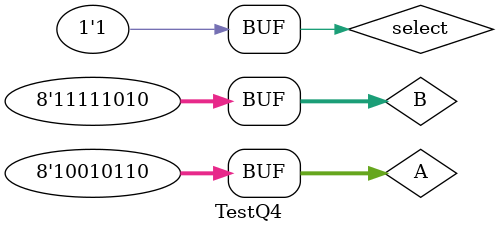
<source format=v>
module TestQ4;

reg [0:7]A;
reg [0:7]B;
reg select;
wire [0:7]C;
wire [0:7]D;
Switch sw(A,B,select,C,D);

initial begin
	A=200;
	B=100;
	select=0;
	#10
	select=1;
	#10
	A=150;
	B=250;
	select=0;
	#10
	select=1;
	#10;
end
endmodule
</source>
